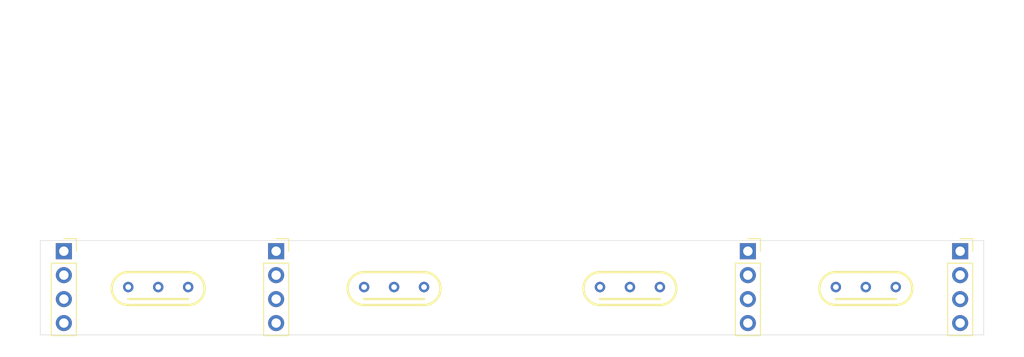
<source format=kicad_pcb>
(kicad_pcb (version 20171130) (host pcbnew "(5.1.5-0-10_14)")

  (general
    (thickness 1.6)
    (drawings 6)
    (tracks 0)
    (zones 0)
    (modules 8)
    (nets 17)
  )

  (page A4)
  (layers
    (0 F.Cu signal)
    (31 B.Cu signal)
    (32 B.Adhes user)
    (33 F.Adhes user)
    (34 B.Paste user)
    (35 F.Paste user)
    (36 B.SilkS user)
    (37 F.SilkS user)
    (38 B.Mask user)
    (39 F.Mask user)
    (40 Dwgs.User user)
    (41 Cmts.User user)
    (42 Eco1.User user)
    (43 Eco2.User user)
    (44 Edge.Cuts user)
    (45 Margin user)
    (46 B.CrtYd user)
    (47 F.CrtYd user)
    (48 B.Fab user)
    (49 F.Fab user)
  )

  (setup
    (last_trace_width 0.25)
    (trace_clearance 0.2)
    (zone_clearance 0.508)
    (zone_45_only no)
    (trace_min 0.2)
    (via_size 0.8)
    (via_drill 0.4)
    (via_min_size 0.4)
    (via_min_drill 0.3)
    (uvia_size 0.3)
    (uvia_drill 0.1)
    (uvias_allowed no)
    (uvia_min_size 0.2)
    (uvia_min_drill 0.1)
    (edge_width 0.05)
    (segment_width 0.2)
    (pcb_text_width 0.3)
    (pcb_text_size 1.5 1.5)
    (mod_edge_width 0.12)
    (mod_text_size 1 1)
    (mod_text_width 0.15)
    (pad_size 1.524 1.524)
    (pad_drill 0.762)
    (pad_to_mask_clearance 0.051)
    (solder_mask_min_width 0.25)
    (aux_axis_origin 0 0)
    (visible_elements FFFFFF7F)
    (pcbplotparams
      (layerselection 0x010f0_ffffffff)
      (usegerberextensions true)
      (usegerberattributes false)
      (usegerberadvancedattributes false)
      (creategerberjobfile false)
      (excludeedgelayer true)
      (linewidth 0.100000)
      (plotframeref false)
      (viasonmask false)
      (mode 1)
      (useauxorigin false)
      (hpglpennumber 1)
      (hpglpenspeed 20)
      (hpglpendiameter 15.000000)
      (psnegative false)
      (psa4output false)
      (plotreference true)
      (plotvalue true)
      (plotinvisibletext false)
      (padsonsilk false)
      (subtractmaskfromsilk false)
      (outputformat 1)
      (mirror false)
      (drillshape 0)
      (scaleselection 1)
      (outputdirectory "gerbers/"))
  )

  (net 0 "")
  (net 1 "Net-(J1-Pad1)")
  (net 2 "Net-(J2-Pad1)")
  (net 3 "Net-(J3-Pad1)")
  (net 4 "Net-(J4-Pad1)")
  (net 5 "Net-(N1-PadA)")
  (net 6 "Net-(N1-PadK2)")
  (net 7 "Net-(N1-PadK)")
  (net 8 "Net-(N2-PadK)")
  (net 9 "Net-(N2-PadK2)")
  (net 10 "Net-(N2-PadA)")
  (net 11 "Net-(N3-PadA)")
  (net 12 "Net-(N3-PadK2)")
  (net 13 "Net-(N3-PadK)")
  (net 14 "Net-(N4-PadK)")
  (net 15 "Net-(N4-PadK2)")
  (net 16 "Net-(N4-PadA)")

  (net_class Default "This is the default net class."
    (clearance 0.2)
    (trace_width 0.25)
    (via_dia 0.8)
    (via_drill 0.4)
    (uvia_dia 0.3)
    (uvia_drill 0.1)
    (add_net "Net-(J1-Pad1)")
    (add_net "Net-(J2-Pad1)")
    (add_net "Net-(J3-Pad1)")
    (add_net "Net-(J4-Pad1)")
    (add_net "Net-(N1-PadA)")
    (add_net "Net-(N1-PadK)")
    (add_net "Net-(N1-PadK2)")
    (add_net "Net-(N2-PadA)")
    (add_net "Net-(N2-PadK)")
    (add_net "Net-(N2-PadK2)")
    (add_net "Net-(N3-PadA)")
    (add_net "Net-(N3-PadK)")
    (add_net "Net-(N3-PadK2)")
    (add_net "Net-(N4-PadA)")
    (add_net "Net-(N4-PadK)")
    (add_net "Net-(N4-PadK2)")
  )

  (module Connector_PinSocket_2.54mm:PinSocket_1x04_P2.54mm_Vertical (layer F.Cu) (tedit 5A19A429) (tstamp 5DFCBB85)
    (at 102.5 101.125)
    (descr "Through hole straight socket strip, 1x04, 2.54mm pitch, single row (from Kicad 4.0.7), script generated")
    (tags "Through hole socket strip THT 1x04 2.54mm single row")
    (path /5DFC456D)
    (fp_text reference J1 (at 0 -2.77) (layer F.SilkS) hide
      (effects (font (size 1 1) (thickness 0.15)))
    )
    (fp_text value Conn_01x04_Male (at 0 10.39) (layer F.Fab)
      (effects (font (size 1 1) (thickness 0.15)))
    )
    (fp_text user %R (at 0 3.81 90) (layer F.Fab)
      (effects (font (size 1 1) (thickness 0.15)))
    )
    (fp_line (start -1.8 9.4) (end -1.8 -1.8) (layer F.CrtYd) (width 0.05))
    (fp_line (start 1.75 9.4) (end -1.8 9.4) (layer F.CrtYd) (width 0.05))
    (fp_line (start 1.75 -1.8) (end 1.75 9.4) (layer F.CrtYd) (width 0.05))
    (fp_line (start -1.8 -1.8) (end 1.75 -1.8) (layer F.CrtYd) (width 0.05))
    (fp_line (start 0 -1.33) (end 1.33 -1.33) (layer F.SilkS) (width 0.12))
    (fp_line (start 1.33 -1.33) (end 1.33 0) (layer F.SilkS) (width 0.12))
    (fp_line (start 1.33 1.27) (end 1.33 8.95) (layer F.SilkS) (width 0.12))
    (fp_line (start -1.33 8.95) (end 1.33 8.95) (layer F.SilkS) (width 0.12))
    (fp_line (start -1.33 1.27) (end -1.33 8.95) (layer F.SilkS) (width 0.12))
    (fp_line (start -1.33 1.27) (end 1.33 1.27) (layer F.SilkS) (width 0.12))
    (fp_line (start -1.27 8.89) (end -1.27 -1.27) (layer F.Fab) (width 0.1))
    (fp_line (start 1.27 8.89) (end -1.27 8.89) (layer F.Fab) (width 0.1))
    (fp_line (start 1.27 -0.635) (end 1.27 8.89) (layer F.Fab) (width 0.1))
    (fp_line (start 0.635 -1.27) (end 1.27 -0.635) (layer F.Fab) (width 0.1))
    (fp_line (start -1.27 -1.27) (end 0.635 -1.27) (layer F.Fab) (width 0.1))
    (pad 4 thru_hole oval (at 0 7.62) (size 1.7 1.7) (drill 1) (layers *.Cu *.Mask)
      (net 1 "Net-(J1-Pad1)"))
    (pad 3 thru_hole oval (at 0 5.08) (size 1.7 1.7) (drill 1) (layers *.Cu *.Mask)
      (net 1 "Net-(J1-Pad1)"))
    (pad 2 thru_hole oval (at 0 2.54) (size 1.7 1.7) (drill 1) (layers *.Cu *.Mask)
      (net 1 "Net-(J1-Pad1)"))
    (pad 1 thru_hole rect (at 0 0) (size 1.7 1.7) (drill 1) (layers *.Cu *.Mask)
      (net 1 "Net-(J1-Pad1)"))
    (model ${KISYS3DMOD}/Connector_PinSocket_2.54mm.3dshapes/PinSocket_1x04_P2.54mm_Vertical.wrl
      (at (xyz 0 0 0))
      (scale (xyz 1 1 1))
      (rotate (xyz 0 0 0))
    )
  )

  (module Connector_PinSocket_2.54mm:PinSocket_1x04_P2.54mm_Vertical (layer F.Cu) (tedit 5A19A429) (tstamp 5DFCB96D)
    (at 125 101.125)
    (descr "Through hole straight socket strip, 1x04, 2.54mm pitch, single row (from Kicad 4.0.7), script generated")
    (tags "Through hole socket strip THT 1x04 2.54mm single row")
    (path /5DFC4EAC)
    (fp_text reference J2 (at 0 -2.77) (layer F.SilkS) hide
      (effects (font (size 1 1) (thickness 0.15)))
    )
    (fp_text value Conn_01x04_Female (at 0 10.39) (layer F.Fab)
      (effects (font (size 1 1) (thickness 0.15)))
    )
    (fp_text user %R (at 0 3.81 90) (layer F.Fab)
      (effects (font (size 1 1) (thickness 0.15)))
    )
    (fp_line (start -1.8 9.4) (end -1.8 -1.8) (layer F.CrtYd) (width 0.05))
    (fp_line (start 1.75 9.4) (end -1.8 9.4) (layer F.CrtYd) (width 0.05))
    (fp_line (start 1.75 -1.8) (end 1.75 9.4) (layer F.CrtYd) (width 0.05))
    (fp_line (start -1.8 -1.8) (end 1.75 -1.8) (layer F.CrtYd) (width 0.05))
    (fp_line (start 0 -1.33) (end 1.33 -1.33) (layer F.SilkS) (width 0.12))
    (fp_line (start 1.33 -1.33) (end 1.33 0) (layer F.SilkS) (width 0.12))
    (fp_line (start 1.33 1.27) (end 1.33 8.95) (layer F.SilkS) (width 0.12))
    (fp_line (start -1.33 8.95) (end 1.33 8.95) (layer F.SilkS) (width 0.12))
    (fp_line (start -1.33 1.27) (end -1.33 8.95) (layer F.SilkS) (width 0.12))
    (fp_line (start -1.33 1.27) (end 1.33 1.27) (layer F.SilkS) (width 0.12))
    (fp_line (start -1.27 8.89) (end -1.27 -1.27) (layer F.Fab) (width 0.1))
    (fp_line (start 1.27 8.89) (end -1.27 8.89) (layer F.Fab) (width 0.1))
    (fp_line (start 1.27 -0.635) (end 1.27 8.89) (layer F.Fab) (width 0.1))
    (fp_line (start 0.635 -1.27) (end 1.27 -0.635) (layer F.Fab) (width 0.1))
    (fp_line (start -1.27 -1.27) (end 0.635 -1.27) (layer F.Fab) (width 0.1))
    (pad 4 thru_hole oval (at 0 7.62) (size 1.7 1.7) (drill 1) (layers *.Cu *.Mask)
      (net 2 "Net-(J2-Pad1)"))
    (pad 3 thru_hole oval (at 0 5.08) (size 1.7 1.7) (drill 1) (layers *.Cu *.Mask)
      (net 2 "Net-(J2-Pad1)"))
    (pad 2 thru_hole oval (at 0 2.54) (size 1.7 1.7) (drill 1) (layers *.Cu *.Mask)
      (net 2 "Net-(J2-Pad1)"))
    (pad 1 thru_hole rect (at 0 0) (size 1.7 1.7) (drill 1) (layers *.Cu *.Mask)
      (net 2 "Net-(J2-Pad1)"))
    (model ${KISYS3DMOD}/Connector_PinSocket_2.54mm.3dshapes/PinSocket_1x04_P2.54mm_Vertical.wrl
      (at (xyz 0 0 0))
      (scale (xyz 1 1 1))
      (rotate (xyz 0 0 0))
    )
  )

  (module Connector_PinSocket_2.54mm:PinSocket_1x04_P2.54mm_Vertical (layer F.Cu) (tedit 5A19A429) (tstamp 5DFCC116)
    (at 175 101.125)
    (descr "Through hole straight socket strip, 1x04, 2.54mm pitch, single row (from Kicad 4.0.7), script generated")
    (tags "Through hole socket strip THT 1x04 2.54mm single row")
    (path /5DFC7D19)
    (fp_text reference J3 (at 0 -2.77) (layer F.SilkS) hide
      (effects (font (size 1 1) (thickness 0.15)))
    )
    (fp_text value Conn_01x04_Female (at 0 10.39) (layer F.Fab)
      (effects (font (size 1 1) (thickness 0.15)))
    )
    (fp_text user %R (at 0 3.81 90) (layer F.Fab)
      (effects (font (size 1 1) (thickness 0.15)))
    )
    (fp_line (start -1.8 9.4) (end -1.8 -1.8) (layer F.CrtYd) (width 0.05))
    (fp_line (start 1.75 9.4) (end -1.8 9.4) (layer F.CrtYd) (width 0.05))
    (fp_line (start 1.75 -1.8) (end 1.75 9.4) (layer F.CrtYd) (width 0.05))
    (fp_line (start -1.8 -1.8) (end 1.75 -1.8) (layer F.CrtYd) (width 0.05))
    (fp_line (start 0 -1.33) (end 1.33 -1.33) (layer F.SilkS) (width 0.12))
    (fp_line (start 1.33 -1.33) (end 1.33 0) (layer F.SilkS) (width 0.12))
    (fp_line (start 1.33 1.27) (end 1.33 8.95) (layer F.SilkS) (width 0.12))
    (fp_line (start -1.33 8.95) (end 1.33 8.95) (layer F.SilkS) (width 0.12))
    (fp_line (start -1.33 1.27) (end -1.33 8.95) (layer F.SilkS) (width 0.12))
    (fp_line (start -1.33 1.27) (end 1.33 1.27) (layer F.SilkS) (width 0.12))
    (fp_line (start -1.27 8.89) (end -1.27 -1.27) (layer F.Fab) (width 0.1))
    (fp_line (start 1.27 8.89) (end -1.27 8.89) (layer F.Fab) (width 0.1))
    (fp_line (start 1.27 -0.635) (end 1.27 8.89) (layer F.Fab) (width 0.1))
    (fp_line (start 0.635 -1.27) (end 1.27 -0.635) (layer F.Fab) (width 0.1))
    (fp_line (start -1.27 -1.27) (end 0.635 -1.27) (layer F.Fab) (width 0.1))
    (pad 4 thru_hole oval (at 0 7.62) (size 1.7 1.7) (drill 1) (layers *.Cu *.Mask)
      (net 3 "Net-(J3-Pad1)"))
    (pad 3 thru_hole oval (at 0 5.08) (size 1.7 1.7) (drill 1) (layers *.Cu *.Mask)
      (net 3 "Net-(J3-Pad1)"))
    (pad 2 thru_hole oval (at 0 2.54) (size 1.7 1.7) (drill 1) (layers *.Cu *.Mask)
      (net 3 "Net-(J3-Pad1)"))
    (pad 1 thru_hole rect (at 0 0) (size 1.7 1.7) (drill 1) (layers *.Cu *.Mask)
      (net 3 "Net-(J3-Pad1)"))
    (model ${KISYS3DMOD}/Connector_PinSocket_2.54mm.3dshapes/PinSocket_1x04_P2.54mm_Vertical.wrl
      (at (xyz 0 0 0))
      (scale (xyz 1 1 1))
      (rotate (xyz 0 0 0))
    )
  )

  (module Connector_PinSocket_2.54mm:PinSocket_1x04_P2.54mm_Vertical (layer F.Cu) (tedit 5A19A429) (tstamp 5DFCBC3F)
    (at 197.5 101.125)
    (descr "Through hole straight socket strip, 1x04, 2.54mm pitch, single row (from Kicad 4.0.7), script generated")
    (tags "Through hole socket strip THT 1x04 2.54mm single row")
    (path /5DFC7020)
    (fp_text reference J4 (at 0 -2.77) (layer F.SilkS) hide
      (effects (font (size 1 1) (thickness 0.15)))
    )
    (fp_text value Conn_01x04_Male (at 0 10.39) (layer F.Fab)
      (effects (font (size 1 1) (thickness 0.15)))
    )
    (fp_line (start -1.27 -1.27) (end 0.635 -1.27) (layer F.Fab) (width 0.1))
    (fp_line (start 0.635 -1.27) (end 1.27 -0.635) (layer F.Fab) (width 0.1))
    (fp_line (start 1.27 -0.635) (end 1.27 8.89) (layer F.Fab) (width 0.1))
    (fp_line (start 1.27 8.89) (end -1.27 8.89) (layer F.Fab) (width 0.1))
    (fp_line (start -1.27 8.89) (end -1.27 -1.27) (layer F.Fab) (width 0.1))
    (fp_line (start -1.33 1.27) (end 1.33 1.27) (layer F.SilkS) (width 0.12))
    (fp_line (start -1.33 1.27) (end -1.33 8.95) (layer F.SilkS) (width 0.12))
    (fp_line (start -1.33 8.95) (end 1.33 8.95) (layer F.SilkS) (width 0.12))
    (fp_line (start 1.33 1.27) (end 1.33 8.95) (layer F.SilkS) (width 0.12))
    (fp_line (start 1.33 -1.33) (end 1.33 0) (layer F.SilkS) (width 0.12))
    (fp_line (start 0 -1.33) (end 1.33 -1.33) (layer F.SilkS) (width 0.12))
    (fp_line (start -1.8 -1.8) (end 1.75 -1.8) (layer F.CrtYd) (width 0.05))
    (fp_line (start 1.75 -1.8) (end 1.75 9.4) (layer F.CrtYd) (width 0.05))
    (fp_line (start 1.75 9.4) (end -1.8 9.4) (layer F.CrtYd) (width 0.05))
    (fp_line (start -1.8 9.4) (end -1.8 -1.8) (layer F.CrtYd) (width 0.05))
    (fp_text user %R (at 0 3.81 90) (layer F.Fab)
      (effects (font (size 1 1) (thickness 0.15)))
    )
    (pad 1 thru_hole rect (at 0 0) (size 1.7 1.7) (drill 1) (layers *.Cu *.Mask)
      (net 4 "Net-(J4-Pad1)"))
    (pad 2 thru_hole oval (at 0 2.54) (size 1.7 1.7) (drill 1) (layers *.Cu *.Mask)
      (net 4 "Net-(J4-Pad1)"))
    (pad 3 thru_hole oval (at 0 5.08) (size 1.7 1.7) (drill 1) (layers *.Cu *.Mask)
      (net 4 "Net-(J4-Pad1)"))
    (pad 4 thru_hole oval (at 0 7.62) (size 1.7 1.7) (drill 1) (layers *.Cu *.Mask)
      (net 4 "Net-(J4-Pad1)"))
    (model ${KISYS3DMOD}/Connector_PinSocket_2.54mm.3dshapes/PinSocket_1x04_P2.54mm_Vertical.wrl
      (at (xyz 0 0 0))
      (scale (xyz 1 1 1))
      (rotate (xyz 0 0 0))
    )
  )

  (module vumeter:fixed-IN-13-footprint (layer F.Cu) (tedit 5DF7597C) (tstamp 5DFCB9B1)
    (at 115.675 104.925 180)
    (path /5DFC8DDD)
    (fp_text reference N1 (at 0.3175 3.3338) (layer F.SilkS) hide
      (effects (font (size 1.2065 1.2065) (thickness 0.1016)) (justify right bottom))
    )
    (fp_text value IN-13 (at 0 0) (layer F.SilkS) hide
      (effects (font (size 1.27 1.27) (thickness 0.15)))
    )
    (fp_line (start 6.35 -1.905) (end 5.715 -1.905) (layer F.SilkS) (width 0.127))
    (fp_line (start 0.3175 -1.905) (end 0 -1.905) (layer F.SilkS) (width 0.127))
    (fp_arc (start 0 -0.15875) (end 0 1.5875) (angle 180) (layer F.SilkS) (width 0.127))
    (fp_arc (start 6.35 -0.15875) (end 6.35 1.5875) (angle -180) (layer F.SilkS) (width 0.127))
    (fp_arc (start 6.35 -0.1588) (end 6.35 1.5875) (angle -90) (layer F.SilkS) (width 0.254))
    (fp_arc (start 6.3501 -0.158799) (end 8.0963 -0.1588) (angle -90) (layer F.SilkS) (width 0.254))
    (fp_line (start 6.3501 -1.905) (end 5.715 -1.905) (layer F.SilkS) (width 0.254))
    (fp_line (start 5.715 -1.905) (end 0.3175 -1.905) (layer F.SilkS) (width 0.254))
    (fp_line (start 0.3175 -1.905) (end -0.0001 -1.905) (layer F.SilkS) (width 0.254))
    (fp_arc (start -0.000099 -0.158799) (end -0.0001 -1.905) (angle -90) (layer F.SilkS) (width 0.254))
    (fp_arc (start 0 -0.1588) (end -1.7463 -0.1588) (angle -90) (layer F.SilkS) (width 0.254))
    (fp_line (start 0 1.5875) (end 6.35 1.5875) (layer F.SilkS) (width 0.254))
    (fp_line (start 0 -1.27) (end 6.35 -1.27) (layer F.SilkS) (width 0.254))
    (pad A thru_hole circle (at 0 0 180) (size 1.108 1.108) (drill 0.6) (layers *.Cu *.Mask)
      (net 5 "Net-(N1-PadA)") (solder_mask_margin 0.1016))
    (pad K2 thru_hole circle (at 3.175 0 180) (size 1.108 1.108) (drill 0.6) (layers *.Cu *.Mask)
      (net 6 "Net-(N1-PadK2)") (solder_mask_margin 0.1016))
    (pad K thru_hole circle (at 6.35 0 180) (size 1.108 1.108) (drill 0.6) (layers *.Cu *.Mask)
      (net 7 "Net-(N1-PadK)") (solder_mask_margin 0.1016))
  )

  (module vumeter:fixed-IN-13-footprint (layer F.Cu) (tedit 5DF7597C) (tstamp 5DFCB9C5)
    (at 140.675 104.925 180)
    (path /5DFCB068)
    (fp_text reference N2 (at 0.3175 3.3338) (layer F.SilkS) hide
      (effects (font (size 1.2065 1.2065) (thickness 0.1016)) (justify right bottom))
    )
    (fp_text value IN-13 (at 0 0) (layer F.SilkS) hide
      (effects (font (size 1.27 1.27) (thickness 0.15)))
    )
    (fp_line (start 0 -1.27) (end 6.35 -1.27) (layer F.SilkS) (width 0.254))
    (fp_line (start 0 1.5875) (end 6.35 1.5875) (layer F.SilkS) (width 0.254))
    (fp_arc (start 0 -0.1588) (end -1.7463 -0.1588) (angle -90) (layer F.SilkS) (width 0.254))
    (fp_arc (start -0.000099 -0.158799) (end -0.0001 -1.905) (angle -90) (layer F.SilkS) (width 0.254))
    (fp_line (start 0.3175 -1.905) (end -0.0001 -1.905) (layer F.SilkS) (width 0.254))
    (fp_line (start 5.715 -1.905) (end 0.3175 -1.905) (layer F.SilkS) (width 0.254))
    (fp_line (start 6.3501 -1.905) (end 5.715 -1.905) (layer F.SilkS) (width 0.254))
    (fp_arc (start 6.3501 -0.158799) (end 8.0963 -0.1588) (angle -90) (layer F.SilkS) (width 0.254))
    (fp_arc (start 6.35 -0.1588) (end 6.35 1.5875) (angle -90) (layer F.SilkS) (width 0.254))
    (fp_arc (start 6.35 -0.15875) (end 6.35 1.5875) (angle -180) (layer F.SilkS) (width 0.127))
    (fp_arc (start 0 -0.15875) (end 0 1.5875) (angle 180) (layer F.SilkS) (width 0.127))
    (fp_line (start 0.3175 -1.905) (end 0 -1.905) (layer F.SilkS) (width 0.127))
    (fp_line (start 6.35 -1.905) (end 5.715 -1.905) (layer F.SilkS) (width 0.127))
    (pad K thru_hole circle (at 6.35 0 180) (size 1.108 1.108) (drill 0.6) (layers *.Cu *.Mask)
      (net 8 "Net-(N2-PadK)") (solder_mask_margin 0.1016))
    (pad K2 thru_hole circle (at 3.175 0 180) (size 1.108 1.108) (drill 0.6) (layers *.Cu *.Mask)
      (net 9 "Net-(N2-PadK2)") (solder_mask_margin 0.1016))
    (pad A thru_hole circle (at 0 0 180) (size 1.108 1.108) (drill 0.6) (layers *.Cu *.Mask)
      (net 10 "Net-(N2-PadA)") (solder_mask_margin 0.1016))
  )

  (module vumeter:fixed-IN-13-footprint (layer F.Cu) (tedit 5DF7597C) (tstamp 5DFCC070)
    (at 165.675 104.925 180)
    (path /5DFCC1E7)
    (fp_text reference N3 (at 0.3175 3.3338) (layer F.SilkS) hide
      (effects (font (size 1.2065 1.2065) (thickness 0.1016)) (justify right bottom))
    )
    (fp_text value IN-13 (at 0 0) (layer F.SilkS) hide
      (effects (font (size 1.27 1.27) (thickness 0.15)))
    )
    (fp_line (start 6.35 -1.905) (end 5.715 -1.905) (layer F.SilkS) (width 0.127))
    (fp_line (start 0.3175 -1.905) (end 0 -1.905) (layer F.SilkS) (width 0.127))
    (fp_arc (start 0 -0.15875) (end 0 1.5875) (angle 180) (layer F.SilkS) (width 0.127))
    (fp_arc (start 6.35 -0.15875) (end 6.35 1.5875) (angle -180) (layer F.SilkS) (width 0.127))
    (fp_arc (start 6.35 -0.1588) (end 6.35 1.5875) (angle -90) (layer F.SilkS) (width 0.254))
    (fp_arc (start 6.3501 -0.158799) (end 8.0963 -0.1588) (angle -90) (layer F.SilkS) (width 0.254))
    (fp_line (start 6.3501 -1.905) (end 5.715 -1.905) (layer F.SilkS) (width 0.254))
    (fp_line (start 5.715 -1.905) (end 0.3175 -1.905) (layer F.SilkS) (width 0.254))
    (fp_line (start 0.3175 -1.905) (end -0.0001 -1.905) (layer F.SilkS) (width 0.254))
    (fp_arc (start -0.000099 -0.158799) (end -0.0001 -1.905) (angle -90) (layer F.SilkS) (width 0.254))
    (fp_arc (start 0 -0.1588) (end -1.7463 -0.1588) (angle -90) (layer F.SilkS) (width 0.254))
    (fp_line (start 0 1.5875) (end 6.35 1.5875) (layer F.SilkS) (width 0.254))
    (fp_line (start 0 -1.27) (end 6.35 -1.27) (layer F.SilkS) (width 0.254))
    (pad A thru_hole circle (at 0 0 180) (size 1.108 1.108) (drill 0.6) (layers *.Cu *.Mask)
      (net 11 "Net-(N3-PadA)") (solder_mask_margin 0.1016))
    (pad K2 thru_hole circle (at 3.175 0 180) (size 1.108 1.108) (drill 0.6) (layers *.Cu *.Mask)
      (net 12 "Net-(N3-PadK2)") (solder_mask_margin 0.1016))
    (pad K thru_hole circle (at 6.35 0 180) (size 1.108 1.108) (drill 0.6) (layers *.Cu *.Mask)
      (net 13 "Net-(N3-PadK)") (solder_mask_margin 0.1016))
  )

  (module vumeter:fixed-IN-13-footprint (layer F.Cu) (tedit 5DF7597C) (tstamp 5DFCB9ED)
    (at 190.675 104.925 180)
    (path /5DFCCA4B)
    (fp_text reference N4 (at 0.3175 3.3338) (layer F.SilkS) hide
      (effects (font (size 1.2065 1.2065) (thickness 0.1016)) (justify right bottom))
    )
    (fp_text value IN-13 (at 0 0) (layer F.SilkS) hide
      (effects (font (size 1.27 1.27) (thickness 0.15)))
    )
    (fp_line (start 0 -1.27) (end 6.35 -1.27) (layer F.SilkS) (width 0.254))
    (fp_line (start 0 1.5875) (end 6.35 1.5875) (layer F.SilkS) (width 0.254))
    (fp_arc (start 0 -0.1588) (end -1.7463 -0.1588) (angle -90) (layer F.SilkS) (width 0.254))
    (fp_arc (start -0.000099 -0.158799) (end -0.0001 -1.905) (angle -90) (layer F.SilkS) (width 0.254))
    (fp_line (start 0.3175 -1.905) (end -0.0001 -1.905) (layer F.SilkS) (width 0.254))
    (fp_line (start 5.715 -1.905) (end 0.3175 -1.905) (layer F.SilkS) (width 0.254))
    (fp_line (start 6.3501 -1.905) (end 5.715 -1.905) (layer F.SilkS) (width 0.254))
    (fp_arc (start 6.3501 -0.158799) (end 8.0963 -0.1588) (angle -90) (layer F.SilkS) (width 0.254))
    (fp_arc (start 6.35 -0.1588) (end 6.35 1.5875) (angle -90) (layer F.SilkS) (width 0.254))
    (fp_arc (start 6.35 -0.15875) (end 6.35 1.5875) (angle -180) (layer F.SilkS) (width 0.127))
    (fp_arc (start 0 -0.15875) (end 0 1.5875) (angle 180) (layer F.SilkS) (width 0.127))
    (fp_line (start 0.3175 -1.905) (end 0 -1.905) (layer F.SilkS) (width 0.127))
    (fp_line (start 6.35 -1.905) (end 5.715 -1.905) (layer F.SilkS) (width 0.127))
    (pad K thru_hole circle (at 6.35 0 180) (size 1.108 1.108) (drill 0.6) (layers *.Cu *.Mask)
      (net 14 "Net-(N4-PadK)") (solder_mask_margin 0.1016))
    (pad K2 thru_hole circle (at 3.175 0 180) (size 1.108 1.108) (drill 0.6) (layers *.Cu *.Mask)
      (net 15 "Net-(N4-PadK2)") (solder_mask_margin 0.1016))
    (pad A thru_hole circle (at 0 0 180) (size 1.108 1.108) (drill 0.6) (layers *.Cu *.Mask)
      (net 16 "Net-(N4-PadA)") (solder_mask_margin 0.1016))
  )

  (dimension 50 (width 0.15) (layer Dwgs.User)
    (gr_text "50.000 mm" (at 150 94.45) (layer Dwgs.User)
      (effects (font (size 1 1) (thickness 0.15)))
    )
    (feature1 (pts (xy 175 101.125) (xy 175 95.163579)))
    (feature2 (pts (xy 125 101.125) (xy 125 95.163579)))
    (crossbar (pts (xy 125 95.75) (xy 175 95.75)))
    (arrow1a (pts (xy 175 95.75) (xy 173.873496 96.336421)))
    (arrow1b (pts (xy 175 95.75) (xy 173.873496 95.163579)))
    (arrow2a (pts (xy 125 95.75) (xy 126.126504 96.336421)))
    (arrow2b (pts (xy 125 95.75) (xy 126.126504 95.163579)))
  )
  (dimension 100 (width 0.15) (layer Dwgs.User)
    (gr_text "100.000 mm" (at 150 75.2) (layer Dwgs.User)
      (effects (font (size 1 1) (thickness 0.15)))
    )
    (feature1 (pts (xy 200 100) (xy 200 75.913579)))
    (feature2 (pts (xy 100 100) (xy 100 75.913579)))
    (crossbar (pts (xy 100 76.5) (xy 200 76.5)))
    (arrow1a (pts (xy 200 76.5) (xy 198.873496 77.086421)))
    (arrow1b (pts (xy 200 76.5) (xy 198.873496 75.913579)))
    (arrow2a (pts (xy 100 76.5) (xy 101.126504 77.086421)))
    (arrow2b (pts (xy 100 76.5) (xy 101.126504 75.913579)))
  )
  (gr_line (start 200 100) (end 100 100) (layer Edge.Cuts) (width 0.05) (tstamp 5DFCBB3E))
  (gr_line (start 200 110) (end 200 100) (layer Edge.Cuts) (width 0.05))
  (gr_line (start 100 110) (end 200 110) (layer Edge.Cuts) (width 0.05))
  (gr_line (start 100 100) (end 100 110) (layer Edge.Cuts) (width 0.05))

)

</source>
